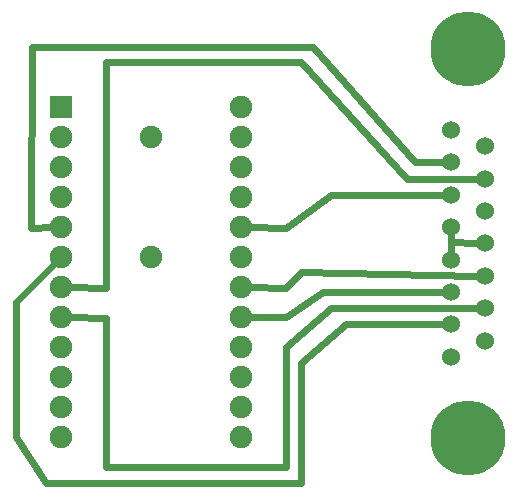
<source format=gtl>
G04 MADE WITH FRITZING*
G04 WWW.FRITZING.ORG*
G04 DOUBLE SIDED*
G04 HOLES PLATED*
G04 CONTOUR ON CENTER OF CONTOUR VECTOR*
%ASAXBY*%
%FSLAX23Y23*%
%MOIN*%
%OFA0B0*%
%SFA1.0B1.0*%
%ADD10C,0.075000*%
%ADD11C,0.060000*%
%ADD12C,0.250000*%
%ADD13R,0.075000X0.075000*%
%ADD14C,0.024000*%
%LNCOPPER1*%
G90*
G70*
G54D10*
X521Y1252D03*
X521Y852D03*
X221Y1352D03*
X821Y1352D03*
X221Y1252D03*
X821Y1252D03*
X221Y1152D03*
X821Y1152D03*
X221Y1052D03*
X821Y1052D03*
X221Y952D03*
X821Y952D03*
X221Y852D03*
X821Y852D03*
X221Y752D03*
X821Y752D03*
X221Y652D03*
X821Y652D03*
X221Y552D03*
X821Y552D03*
X221Y452D03*
X821Y452D03*
X221Y352D03*
X821Y352D03*
X221Y252D03*
X821Y252D03*
G54D11*
X1521Y1276D03*
X1521Y1168D03*
X1521Y1060D03*
X1521Y952D03*
X1521Y844D03*
X1521Y736D03*
X1521Y628D03*
X1521Y520D03*
X1633Y1222D03*
X1633Y1114D03*
X1633Y1006D03*
X1633Y898D03*
X1633Y790D03*
X1633Y682D03*
X1633Y574D03*
G54D12*
X1577Y250D03*
X1577Y1546D03*
G54D13*
X221Y1352D03*
G54D14*
X1492Y1168D02*
X1400Y1168D01*
D02*
X1062Y1553D02*
X123Y1553D01*
D02*
X1400Y1168D02*
X1062Y1553D01*
D02*
X123Y1553D02*
X122Y951D01*
D02*
X122Y951D02*
X192Y952D01*
D02*
X1521Y923D02*
X1521Y873D01*
D02*
X1096Y737D02*
X971Y652D01*
D02*
X1492Y736D02*
X1096Y737D01*
D02*
X971Y652D02*
X850Y652D01*
D02*
X1021Y101D02*
X1021Y501D01*
D02*
X1021Y501D02*
X1171Y628D01*
D02*
X170Y101D02*
X1021Y101D01*
D02*
X71Y252D02*
X170Y101D01*
D02*
X201Y832D02*
X71Y702D01*
D02*
X1171Y628D02*
X1492Y628D01*
D02*
X71Y702D02*
X71Y252D01*
D02*
X1520Y923D02*
X1520Y902D01*
D02*
X1520Y902D02*
X1604Y899D01*
D02*
X1020Y803D02*
X1604Y791D01*
D02*
X850Y752D02*
X971Y750D01*
D02*
X971Y750D02*
X1020Y803D01*
D02*
X250Y652D02*
X372Y651D01*
D02*
X372Y651D02*
X372Y153D01*
D02*
X372Y153D02*
X970Y153D01*
D02*
X970Y552D02*
X1120Y682D01*
D02*
X970Y153D02*
X970Y552D01*
D02*
X1120Y682D02*
X1604Y682D01*
D02*
X372Y750D02*
X372Y1502D01*
D02*
X372Y1502D02*
X1021Y1502D01*
D02*
X250Y752D02*
X372Y750D01*
D02*
X1021Y1502D02*
X1373Y1114D01*
D02*
X1373Y1114D02*
X1604Y1114D01*
D02*
X971Y951D02*
X1122Y1060D01*
D02*
X1122Y1060D02*
X1492Y1060D01*
D02*
X850Y952D02*
X971Y951D01*
G04 End of Copper1*
M02*
</source>
